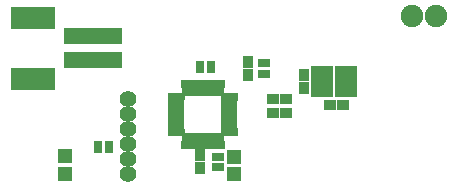
<source format=gbs>
G04 #@! TF.FileFunction,Soldermask,Bot*
%FSLAX46Y46*%
G04 Gerber Fmt 4.6, Leading zero omitted, Abs format (unit mm)*
G04 Created by KiCad (PCBNEW 4.0.1-stable) date 27/01/2016 21:23:12*
%MOMM*%
G01*
G04 APERTURE LIST*
%ADD10C,0.100000*%
%ADD11R,1.000000X0.800000*%
%ADD12R,4.900000X1.400000*%
%ADD13R,3.800000X1.900000*%
%ADD14R,1.000000X0.900000*%
%ADD15R,0.900000X1.000000*%
%ADD16R,1.150000X1.200000*%
%ADD17C,1.900000*%
%ADD18C,1.400000*%
%ADD19R,0.800000X1.000000*%
%ADD20R,1.900000X1.400000*%
%ADD21R,0.700000X1.400000*%
%ADD22R,1.400000X0.700000*%
G04 APERTURE END LIST*
D10*
D11*
X68700000Y-61750000D03*
X68700000Y-60850000D03*
D12*
X58100000Y-52680000D03*
X58100000Y-50680000D03*
D13*
X53050000Y-54280000D03*
X53050000Y-49080000D03*
D14*
X79300000Y-56500000D03*
X78200000Y-56500000D03*
D15*
X76000000Y-53950000D03*
X76000000Y-55050000D03*
X67200000Y-60750000D03*
X67200000Y-61850000D03*
X71200000Y-52850000D03*
X71200000Y-53950000D03*
D14*
X73325000Y-55950000D03*
X74425000Y-55950000D03*
X73325000Y-57150000D03*
X74425000Y-57150000D03*
D16*
X55725000Y-60800000D03*
X55725000Y-62300000D03*
X70000000Y-60850000D03*
X70000000Y-62350000D03*
D17*
X87100000Y-48925000D03*
X85100000Y-48925000D03*
D18*
X61025000Y-62350000D03*
X61025000Y-61080000D03*
X61025000Y-59810000D03*
X61025000Y-58540000D03*
X61025000Y-57270000D03*
X61025000Y-56000000D03*
D11*
X72600000Y-52950000D03*
X72600000Y-53850000D03*
D19*
X67150000Y-53300000D03*
X68050000Y-53300000D03*
X58550000Y-60000000D03*
X59450000Y-60000000D03*
D20*
X77500000Y-53850000D03*
X77500000Y-55150000D03*
X79500000Y-53850000D03*
X79500000Y-55150000D03*
D10*
G36*
X65550000Y-54350000D02*
X66250000Y-54350000D01*
X66200000Y-55750000D01*
X65600000Y-55750000D01*
X65550000Y-54350000D01*
X65550000Y-54350000D01*
G37*
D21*
X66400000Y-55050000D03*
X66900000Y-55050000D03*
X67400000Y-55050000D03*
X67900000Y-55050000D03*
X68400000Y-55050000D03*
D10*
G36*
X68550000Y-54350000D02*
X69250000Y-54350000D01*
X69200000Y-55750000D01*
X68600000Y-55750000D01*
X68550000Y-54350000D01*
X68550000Y-54350000D01*
G37*
G36*
X70350000Y-55450000D02*
X70350000Y-56150000D01*
X68950000Y-56100000D01*
X68950000Y-55500000D01*
X70350000Y-55450000D01*
X70350000Y-55450000D01*
G37*
D22*
X69650000Y-56300000D03*
X69650000Y-56800000D03*
X69650000Y-57300000D03*
X69650000Y-57800000D03*
X69650000Y-58300000D03*
D10*
G36*
X70350000Y-58450000D02*
X70350000Y-59150000D01*
X68950000Y-59100000D01*
X68950000Y-58500000D01*
X70350000Y-58450000D01*
X70350000Y-58450000D01*
G37*
G36*
X69250000Y-60250000D02*
X68550000Y-60250000D01*
X68600000Y-58850000D01*
X69200000Y-58850000D01*
X69250000Y-60250000D01*
X69250000Y-60250000D01*
G37*
D21*
X68400000Y-59550000D03*
X67900000Y-59550000D03*
X67400000Y-59550000D03*
X66900000Y-59550000D03*
X66400000Y-59550000D03*
D10*
G36*
X66250000Y-60250000D02*
X65550000Y-60250000D01*
X65600000Y-58850000D01*
X66200000Y-58850000D01*
X66250000Y-60250000D01*
X66250000Y-60250000D01*
G37*
G36*
X64450000Y-59150000D02*
X64450000Y-58450000D01*
X65850000Y-58500000D01*
X65850000Y-59100000D01*
X64450000Y-59150000D01*
X64450000Y-59150000D01*
G37*
D22*
X65150000Y-58300000D03*
X65150000Y-57800000D03*
X65150000Y-57300000D03*
X65150000Y-56800000D03*
X65150000Y-56300000D03*
D10*
G36*
X64450000Y-56150000D02*
X64450000Y-55450000D01*
X65850000Y-55500000D01*
X65850000Y-56100000D01*
X64450000Y-56150000D01*
X64450000Y-56150000D01*
G37*
M02*

</source>
